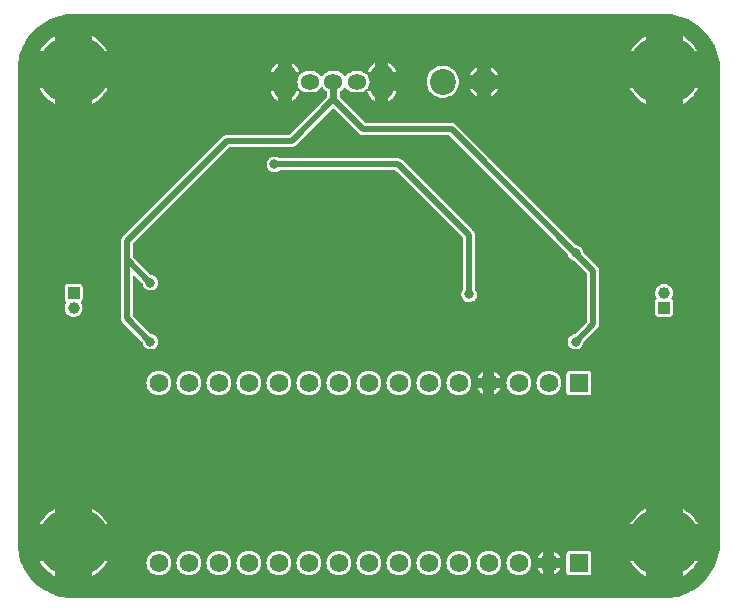
<source format=gbl>
G04 Layer: BottomLayer*
G04 EasyEDA v6.5.23, 2023-05-07 17:20:53*
G04 06317d6caa1047b3ac86ced241ba49f9,e617cb807303496c873bc539bd577a54,10*
G04 Gerber Generator version 0.2*
G04 Scale: 100 percent, Rotated: No, Reflected: No *
G04 Dimensions in millimeters *
G04 leading zeros omitted , absolute positions ,4 integer and 5 decimal *
%FSLAX45Y45*%
%MOMM*%

%ADD10C,0.5000*%
%ADD11O,1.599946X1.2999720000000001*%
%ADD12O,1.9999959999999999X2.999994*%
%ADD13C,2.2000*%
%ADD14C,1.0000*%
%ADD15R,1.0000X1.0000*%
%ADD16C,1.5748*%
%ADD17R,1.5748X1.5748*%
%ADD18C,6.0000*%
%ADD19C,0.6096*%
%ADD20C,0.6100*%
%ADD21C,0.8000*%
%ADD22C,0.0195*%

%LPD*%
G36*
X500227Y25908D02*
G01*
X469900Y26873D01*
X440283Y29718D01*
X410870Y34391D01*
X381812Y40894D01*
X353212Y49225D01*
X325170Y59334D01*
X297840Y71170D01*
X271322Y84734D01*
X245719Y99923D01*
X221081Y116636D01*
X197561Y134924D01*
X175260Y154635D01*
X154178Y175717D01*
X134518Y198069D01*
X116281Y221589D01*
X99568Y246227D01*
X84429Y271881D01*
X70916Y298450D01*
X59080Y325780D01*
X49022Y353822D01*
X40741Y382422D01*
X34290Y411480D01*
X29616Y440893D01*
X26822Y470560D01*
X25908Y500532D01*
X25908Y4499457D01*
X26873Y4530090D01*
X29718Y4559706D01*
X34391Y4589119D01*
X40894Y4618177D01*
X49225Y4646777D01*
X59334Y4674819D01*
X71170Y4702149D01*
X84734Y4728667D01*
X99923Y4754270D01*
X116636Y4778908D01*
X134924Y4802428D01*
X154635Y4824730D01*
X175717Y4845812D01*
X198069Y4865471D01*
X221589Y4883708D01*
X246227Y4900422D01*
X271881Y4915560D01*
X298450Y4929073D01*
X325780Y4940909D01*
X353822Y4950968D01*
X382422Y4959248D01*
X411480Y4965700D01*
X440893Y4970373D01*
X470560Y4973167D01*
X500532Y4974082D01*
X5499455Y4974082D01*
X5530088Y4973116D01*
X5559704Y4970272D01*
X5589117Y4965598D01*
X5618175Y4959096D01*
X5646775Y4950764D01*
X5674817Y4940655D01*
X5702147Y4928819D01*
X5728665Y4915255D01*
X5754268Y4900066D01*
X5778906Y4883353D01*
X5802426Y4865065D01*
X5824728Y4845354D01*
X5845810Y4824272D01*
X5865469Y4801920D01*
X5883706Y4778400D01*
X5900420Y4753762D01*
X5915558Y4728108D01*
X5929071Y4701540D01*
X5940907Y4674209D01*
X5950966Y4646168D01*
X5959246Y4617567D01*
X5965698Y4588510D01*
X5970371Y4559096D01*
X5973165Y4529429D01*
X5974080Y4499457D01*
X5974080Y500532D01*
X5973114Y469900D01*
X5970270Y440283D01*
X5965596Y410870D01*
X5959094Y381812D01*
X5950762Y353212D01*
X5940653Y325170D01*
X5928817Y297840D01*
X5915253Y271322D01*
X5900064Y245719D01*
X5883351Y221081D01*
X5865063Y197561D01*
X5845352Y175260D01*
X5824270Y154178D01*
X5801918Y134518D01*
X5778398Y116281D01*
X5753760Y99568D01*
X5728106Y84429D01*
X5701538Y70916D01*
X5674207Y59080D01*
X5646166Y49022D01*
X5617565Y40741D01*
X5588508Y34290D01*
X5559094Y29616D01*
X5529427Y26822D01*
X5499455Y25908D01*
G37*

%LPC*%
G36*
X5214112Y4656328D02*
G01*
X5343652Y4656328D01*
X5343652Y4785715D01*
X5337048Y4782210D01*
X5315661Y4768748D01*
X5295392Y4753660D01*
X5276342Y4737049D01*
X5258663Y4719015D01*
X5242407Y4699660D01*
X5227726Y4679086D01*
X5214620Y4657445D01*
G37*
G36*
X5656326Y214223D02*
G01*
X5673750Y224282D01*
X5694578Y238607D01*
X5714288Y254457D01*
X5732678Y271780D01*
X5749645Y290525D01*
X5765139Y310489D01*
X5779008Y331622D01*
X5785662Y343662D01*
X5656326Y343662D01*
G37*
G36*
X343662Y214274D02*
G01*
X343662Y343662D01*
X214121Y343662D01*
X214629Y342544D01*
X227736Y320903D01*
X242417Y300329D01*
X258673Y280974D01*
X276352Y262940D01*
X295402Y246329D01*
X315671Y231241D01*
X337058Y217779D01*
G37*
G36*
X5343652Y214274D02*
G01*
X5343652Y343662D01*
X5214112Y343662D01*
X5214620Y342544D01*
X5227726Y320903D01*
X5242407Y300329D01*
X5258663Y280974D01*
X5276342Y262940D01*
X5295392Y246329D01*
X5315661Y231241D01*
X5337048Y217779D01*
G37*
G36*
X4699812Y221335D02*
G01*
X4856175Y221335D01*
X4862474Y222046D01*
X4867960Y223977D01*
X4872837Y227075D01*
X4876952Y231140D01*
X4880000Y236067D01*
X4881930Y241503D01*
X4882642Y247853D01*
X4882642Y404164D01*
X4881930Y410514D01*
X4880000Y415950D01*
X4876952Y420827D01*
X4872837Y424942D01*
X4867960Y428040D01*
X4862474Y429920D01*
X4856175Y430631D01*
X4699812Y430631D01*
X4693513Y429920D01*
X4688027Y428040D01*
X4683150Y424942D01*
X4679035Y420827D01*
X4675987Y415950D01*
X4674057Y410514D01*
X4673346Y404164D01*
X4673346Y247853D01*
X4674057Y241503D01*
X4675987Y236067D01*
X4679035Y231140D01*
X4683150Y227075D01*
X4688027Y223977D01*
X4693513Y222046D01*
G37*
G36*
X1475994Y221386D02*
G01*
X1489659Y222250D01*
X1503070Y224942D01*
X1516024Y229362D01*
X1528318Y235407D01*
X1539697Y242976D01*
X1549958Y252018D01*
X1559001Y262331D01*
X1566621Y273710D01*
X1572666Y285953D01*
X1577035Y298907D01*
X1579727Y312318D01*
X1580642Y325983D01*
X1579727Y339648D01*
X1577035Y353060D01*
X1572666Y366014D01*
X1566621Y378307D01*
X1559001Y389686D01*
X1549958Y399999D01*
X1539697Y408990D01*
X1528318Y416610D01*
X1516024Y422656D01*
X1503070Y427075D01*
X1489659Y429717D01*
X1475994Y430631D01*
X1462328Y429717D01*
X1448917Y427075D01*
X1435963Y422656D01*
X1423670Y416610D01*
X1412290Y408990D01*
X1402029Y399999D01*
X1392986Y389686D01*
X1385366Y378307D01*
X1379321Y366014D01*
X1374952Y353060D01*
X1372260Y339648D01*
X1371346Y325983D01*
X1372260Y312318D01*
X1374952Y298907D01*
X1379321Y285953D01*
X1385366Y273710D01*
X1392986Y262331D01*
X1402029Y252018D01*
X1412290Y242976D01*
X1423670Y235407D01*
X1435963Y229362D01*
X1448917Y224942D01*
X1462328Y222250D01*
G37*
G36*
X1221994Y221386D02*
G01*
X1235659Y222250D01*
X1249070Y224942D01*
X1262024Y229362D01*
X1274318Y235407D01*
X1285697Y242976D01*
X1295958Y252018D01*
X1305001Y262331D01*
X1312621Y273710D01*
X1318666Y285953D01*
X1323035Y298907D01*
X1325727Y312318D01*
X1326642Y325983D01*
X1325727Y339648D01*
X1323035Y353060D01*
X1318666Y366014D01*
X1312621Y378307D01*
X1305001Y389686D01*
X1295958Y399999D01*
X1285697Y408990D01*
X1274318Y416610D01*
X1262024Y422656D01*
X1249070Y427075D01*
X1235659Y429717D01*
X1221994Y430631D01*
X1208328Y429717D01*
X1194917Y427075D01*
X1181963Y422656D01*
X1169670Y416610D01*
X1158290Y408990D01*
X1148029Y399999D01*
X1138986Y389686D01*
X1131366Y378307D01*
X1125321Y366014D01*
X1120952Y353060D01*
X1118260Y339648D01*
X1117346Y325983D01*
X1118260Y312318D01*
X1120952Y298907D01*
X1125321Y285953D01*
X1131366Y273710D01*
X1138986Y262331D01*
X1148029Y252018D01*
X1158290Y242976D01*
X1169670Y235407D01*
X1181963Y229362D01*
X1194917Y224942D01*
X1208328Y222250D01*
G37*
G36*
X1729993Y221386D02*
G01*
X1743659Y222250D01*
X1757070Y224942D01*
X1770024Y229362D01*
X1782318Y235407D01*
X1793697Y242976D01*
X1803958Y252018D01*
X1813001Y262331D01*
X1820621Y273710D01*
X1826666Y285953D01*
X1831035Y298907D01*
X1833727Y312318D01*
X1834642Y325983D01*
X1833727Y339648D01*
X1831035Y353060D01*
X1826666Y366014D01*
X1820621Y378307D01*
X1813001Y389686D01*
X1803958Y399999D01*
X1793697Y408990D01*
X1782318Y416610D01*
X1770024Y422656D01*
X1757070Y427075D01*
X1743659Y429717D01*
X1729993Y430631D01*
X1716328Y429717D01*
X1702917Y427075D01*
X1689963Y422656D01*
X1677670Y416610D01*
X1666290Y408990D01*
X1656029Y399999D01*
X1646986Y389686D01*
X1639366Y378307D01*
X1633321Y366014D01*
X1628952Y353060D01*
X1626260Y339648D01*
X1625346Y325983D01*
X1626260Y312318D01*
X1628952Y298907D01*
X1633321Y285953D01*
X1639366Y273710D01*
X1646986Y262331D01*
X1656029Y252018D01*
X1666290Y242976D01*
X1677670Y235407D01*
X1689963Y229362D01*
X1702917Y224942D01*
X1716328Y222250D01*
G37*
G36*
X1983993Y221386D02*
G01*
X1997659Y222250D01*
X2011070Y224942D01*
X2024024Y229362D01*
X2036318Y235407D01*
X2047697Y242976D01*
X2057958Y252018D01*
X2067001Y262331D01*
X2074621Y273710D01*
X2080666Y285953D01*
X2085035Y298907D01*
X2087727Y312318D01*
X2088642Y325983D01*
X2087727Y339648D01*
X2085035Y353060D01*
X2080666Y366014D01*
X2074621Y378307D01*
X2067001Y389686D01*
X2057958Y399999D01*
X2047697Y408990D01*
X2036318Y416610D01*
X2024024Y422656D01*
X2011070Y427075D01*
X1997659Y429717D01*
X1983993Y430631D01*
X1970328Y429717D01*
X1956917Y427075D01*
X1943963Y422656D01*
X1931670Y416610D01*
X1920290Y408990D01*
X1910029Y399999D01*
X1900986Y389686D01*
X1893366Y378307D01*
X1887321Y366014D01*
X1882952Y353060D01*
X1880260Y339648D01*
X1879346Y325983D01*
X1880260Y312318D01*
X1882952Y298907D01*
X1887321Y285953D01*
X1893366Y273710D01*
X1900986Y262331D01*
X1910029Y252018D01*
X1920290Y242976D01*
X1931670Y235407D01*
X1943963Y229362D01*
X1956917Y224942D01*
X1970328Y222250D01*
G37*
G36*
X3761994Y221386D02*
G01*
X3775659Y222250D01*
X3789070Y224942D01*
X3802024Y229362D01*
X3814318Y235407D01*
X3825697Y242976D01*
X3835958Y252018D01*
X3845001Y262331D01*
X3852621Y273710D01*
X3858666Y285953D01*
X3863035Y298907D01*
X3865727Y312318D01*
X3866642Y325983D01*
X3865727Y339648D01*
X3863035Y353060D01*
X3858666Y366014D01*
X3852621Y378307D01*
X3845001Y389686D01*
X3835958Y399999D01*
X3825697Y408990D01*
X3814318Y416610D01*
X3802024Y422656D01*
X3789070Y427075D01*
X3775659Y429717D01*
X3761994Y430631D01*
X3748328Y429717D01*
X3734917Y427075D01*
X3721963Y422656D01*
X3709670Y416610D01*
X3698290Y408990D01*
X3688029Y399999D01*
X3678986Y389686D01*
X3671366Y378307D01*
X3665321Y366014D01*
X3660952Y353060D01*
X3658260Y339648D01*
X3657346Y325983D01*
X3658260Y312318D01*
X3660952Y298907D01*
X3665321Y285953D01*
X3671366Y273710D01*
X3678986Y262331D01*
X3688029Y252018D01*
X3698290Y242976D01*
X3709670Y235407D01*
X3721963Y229362D01*
X3734917Y224942D01*
X3748328Y222250D01*
G37*
G36*
X2491994Y221386D02*
G01*
X2505659Y222250D01*
X2519070Y224942D01*
X2532024Y229362D01*
X2544318Y235407D01*
X2555697Y242976D01*
X2565958Y252018D01*
X2575001Y262331D01*
X2582621Y273710D01*
X2588666Y285953D01*
X2593035Y298907D01*
X2595727Y312318D01*
X2596642Y325983D01*
X2595727Y339648D01*
X2593035Y353060D01*
X2588666Y366014D01*
X2582621Y378307D01*
X2575001Y389686D01*
X2565958Y399999D01*
X2555697Y408990D01*
X2544318Y416610D01*
X2532024Y422656D01*
X2519070Y427075D01*
X2505659Y429717D01*
X2491994Y430631D01*
X2478328Y429717D01*
X2464917Y427075D01*
X2451963Y422656D01*
X2439670Y416610D01*
X2428290Y408990D01*
X2418029Y399999D01*
X2408986Y389686D01*
X2401366Y378307D01*
X2395321Y366014D01*
X2390952Y353060D01*
X2388260Y339648D01*
X2387346Y325983D01*
X2388260Y312318D01*
X2390952Y298907D01*
X2395321Y285953D01*
X2401366Y273710D01*
X2408986Y262331D01*
X2418029Y252018D01*
X2428290Y242976D01*
X2439670Y235407D01*
X2451963Y229362D01*
X2464917Y224942D01*
X2478328Y222250D01*
G37*
G36*
X2999994Y221386D02*
G01*
X3013659Y222250D01*
X3027070Y224942D01*
X3040024Y229362D01*
X3052318Y235407D01*
X3063697Y242976D01*
X3073958Y252018D01*
X3083001Y262331D01*
X3090621Y273710D01*
X3096666Y285953D01*
X3101035Y298907D01*
X3103727Y312318D01*
X3104642Y325983D01*
X3103727Y339648D01*
X3101035Y353060D01*
X3096666Y366014D01*
X3090621Y378307D01*
X3083001Y389686D01*
X3073958Y399999D01*
X3063697Y408990D01*
X3052318Y416610D01*
X3040024Y422656D01*
X3027070Y427075D01*
X3013659Y429717D01*
X2999994Y430631D01*
X2986328Y429717D01*
X2972917Y427075D01*
X2959963Y422656D01*
X2947670Y416610D01*
X2936290Y408990D01*
X2926029Y399999D01*
X2916986Y389686D01*
X2909366Y378307D01*
X2903321Y366014D01*
X2898952Y353060D01*
X2896260Y339648D01*
X2895346Y325983D01*
X2896260Y312318D01*
X2898952Y298907D01*
X2903321Y285953D01*
X2909366Y273710D01*
X2916986Y262331D01*
X2926029Y252018D01*
X2936290Y242976D01*
X2947670Y235407D01*
X2959963Y229362D01*
X2972917Y224942D01*
X2986328Y222250D01*
G37*
G36*
X4015994Y221386D02*
G01*
X4029659Y222250D01*
X4043070Y224942D01*
X4056024Y229362D01*
X4068318Y235407D01*
X4079697Y242976D01*
X4089958Y252018D01*
X4099001Y262331D01*
X4106621Y273710D01*
X4112666Y285953D01*
X4117035Y298907D01*
X4119727Y312318D01*
X4120642Y325983D01*
X4119727Y339648D01*
X4117035Y353060D01*
X4112666Y366014D01*
X4106621Y378307D01*
X4099001Y389686D01*
X4089958Y399999D01*
X4079697Y408990D01*
X4068318Y416610D01*
X4056024Y422656D01*
X4043070Y427075D01*
X4029659Y429717D01*
X4015994Y430631D01*
X4002328Y429717D01*
X3988917Y427075D01*
X3975963Y422656D01*
X3963670Y416610D01*
X3952290Y408990D01*
X3942029Y399999D01*
X3932986Y389686D01*
X3925366Y378307D01*
X3919321Y366014D01*
X3914952Y353060D01*
X3912260Y339648D01*
X3911346Y325983D01*
X3912260Y312318D01*
X3914952Y298907D01*
X3919321Y285953D01*
X3925366Y273710D01*
X3932986Y262331D01*
X3942029Y252018D01*
X3952290Y242976D01*
X3963670Y235407D01*
X3975963Y229362D01*
X3988917Y224942D01*
X4002328Y222250D01*
G37*
G36*
X3253994Y221386D02*
G01*
X3267659Y222250D01*
X3281070Y224942D01*
X3294024Y229362D01*
X3306318Y235407D01*
X3317697Y242976D01*
X3327958Y252018D01*
X3337001Y262331D01*
X3344621Y273710D01*
X3350666Y285953D01*
X3355035Y298907D01*
X3357727Y312318D01*
X3358642Y325983D01*
X3357727Y339648D01*
X3355035Y353060D01*
X3350666Y366014D01*
X3344621Y378307D01*
X3337001Y389686D01*
X3327958Y399999D01*
X3317697Y408990D01*
X3306318Y416610D01*
X3294024Y422656D01*
X3281070Y427075D01*
X3267659Y429717D01*
X3253994Y430631D01*
X3240328Y429717D01*
X3226917Y427075D01*
X3213963Y422656D01*
X3201670Y416610D01*
X3190290Y408990D01*
X3180029Y399999D01*
X3170986Y389686D01*
X3163366Y378307D01*
X3157321Y366014D01*
X3152952Y353060D01*
X3150260Y339648D01*
X3149346Y325983D01*
X3150260Y312318D01*
X3152952Y298907D01*
X3157321Y285953D01*
X3163366Y273710D01*
X3170986Y262331D01*
X3180029Y252018D01*
X3190290Y242976D01*
X3201670Y235407D01*
X3213963Y229362D01*
X3226917Y224942D01*
X3240328Y222250D01*
G37*
G36*
X3507994Y221386D02*
G01*
X3521659Y222250D01*
X3535070Y224942D01*
X3548024Y229362D01*
X3560318Y235407D01*
X3571697Y242976D01*
X3581958Y252018D01*
X3591001Y262331D01*
X3598621Y273710D01*
X3604666Y285953D01*
X3609035Y298907D01*
X3611727Y312318D01*
X3612642Y325983D01*
X3611727Y339648D01*
X3609035Y353060D01*
X3604666Y366014D01*
X3598621Y378307D01*
X3591001Y389686D01*
X3581958Y399999D01*
X3571697Y408990D01*
X3560318Y416610D01*
X3548024Y422656D01*
X3535070Y427075D01*
X3521659Y429717D01*
X3507994Y430631D01*
X3494328Y429717D01*
X3480917Y427075D01*
X3467963Y422656D01*
X3455670Y416610D01*
X3444290Y408990D01*
X3434029Y399999D01*
X3424986Y389686D01*
X3417366Y378307D01*
X3411321Y366014D01*
X3406952Y353060D01*
X3404260Y339648D01*
X3403346Y325983D01*
X3404260Y312318D01*
X3406952Y298907D01*
X3411321Y285953D01*
X3417366Y273710D01*
X3424986Y262331D01*
X3434029Y252018D01*
X3444290Y242976D01*
X3455670Y235407D01*
X3467963Y229362D01*
X3480917Y224942D01*
X3494328Y222250D01*
G37*
G36*
X2745994Y221386D02*
G01*
X2759659Y222250D01*
X2773070Y224942D01*
X2786024Y229362D01*
X2798318Y235407D01*
X2809697Y242976D01*
X2819958Y252018D01*
X2829001Y262331D01*
X2836621Y273710D01*
X2842666Y285953D01*
X2847035Y298907D01*
X2849727Y312318D01*
X2850642Y325983D01*
X2849727Y339648D01*
X2847035Y353060D01*
X2842666Y366014D01*
X2836621Y378307D01*
X2829001Y389686D01*
X2819958Y399999D01*
X2809697Y408990D01*
X2798318Y416610D01*
X2786024Y422656D01*
X2773070Y427075D01*
X2759659Y429717D01*
X2745994Y430631D01*
X2732328Y429717D01*
X2718917Y427075D01*
X2705963Y422656D01*
X2693670Y416610D01*
X2682290Y408990D01*
X2672029Y399999D01*
X2662986Y389686D01*
X2655366Y378307D01*
X2649321Y366014D01*
X2644952Y353060D01*
X2642260Y339648D01*
X2641346Y325983D01*
X2642260Y312318D01*
X2644952Y298907D01*
X2649321Y285953D01*
X2655366Y273710D01*
X2662986Y262331D01*
X2672029Y252018D01*
X2682290Y242976D01*
X2693670Y235407D01*
X2705963Y229362D01*
X2718917Y224942D01*
X2732328Y222250D01*
G37*
G36*
X2237994Y221386D02*
G01*
X2251659Y222250D01*
X2265070Y224942D01*
X2278024Y229362D01*
X2290318Y235407D01*
X2301697Y242976D01*
X2311958Y252018D01*
X2321001Y262331D01*
X2328621Y273710D01*
X2334666Y285953D01*
X2339035Y298907D01*
X2341727Y312318D01*
X2342642Y325983D01*
X2341727Y339648D01*
X2339035Y353060D01*
X2334666Y366014D01*
X2328621Y378307D01*
X2321001Y389686D01*
X2311958Y399999D01*
X2301697Y408990D01*
X2290318Y416610D01*
X2278024Y422656D01*
X2265070Y427075D01*
X2251659Y429717D01*
X2237994Y430631D01*
X2224328Y429717D01*
X2210917Y427075D01*
X2197963Y422656D01*
X2185670Y416610D01*
X2174290Y408990D01*
X2164029Y399999D01*
X2154986Y389686D01*
X2147366Y378307D01*
X2141321Y366014D01*
X2136952Y353060D01*
X2134260Y339648D01*
X2133346Y325983D01*
X2134260Y312318D01*
X2136952Y298907D01*
X2141321Y285953D01*
X2147366Y273710D01*
X2154986Y262331D01*
X2164029Y252018D01*
X2174290Y242976D01*
X2185670Y235407D01*
X2197963Y229362D01*
X2210917Y224942D01*
X2224328Y222250D01*
G37*
G36*
X4269994Y221386D02*
G01*
X4283659Y222250D01*
X4297070Y224942D01*
X4310024Y229362D01*
X4322318Y235407D01*
X4333697Y242976D01*
X4343958Y252018D01*
X4353001Y262331D01*
X4360621Y273710D01*
X4366666Y285953D01*
X4371035Y298907D01*
X4373727Y312318D01*
X4374642Y325983D01*
X4373727Y339648D01*
X4371035Y353060D01*
X4366666Y366014D01*
X4360621Y378307D01*
X4353001Y389686D01*
X4343958Y399999D01*
X4333697Y408990D01*
X4322318Y416610D01*
X4310024Y422656D01*
X4297070Y427075D01*
X4283659Y429717D01*
X4269994Y430631D01*
X4256328Y429717D01*
X4242917Y427075D01*
X4229963Y422656D01*
X4217670Y416610D01*
X4206290Y408990D01*
X4196029Y399999D01*
X4186986Y389686D01*
X4179366Y378307D01*
X4173321Y366014D01*
X4168952Y353060D01*
X4166260Y339648D01*
X4165346Y325983D01*
X4166260Y312318D01*
X4168952Y298907D01*
X4173321Y285953D01*
X4179366Y273710D01*
X4186986Y262331D01*
X4196029Y252018D01*
X4206290Y242976D01*
X4217670Y235407D01*
X4229963Y229362D01*
X4242917Y224942D01*
X4256328Y222250D01*
G37*
G36*
X4478274Y232156D02*
G01*
X4478274Y280263D01*
X4430115Y280263D01*
X4433366Y273710D01*
X4440986Y262331D01*
X4450029Y252018D01*
X4460290Y242976D01*
X4471670Y235407D01*
G37*
G36*
X4569714Y232156D02*
G01*
X4576318Y235407D01*
X4587697Y242976D01*
X4597958Y252018D01*
X4607001Y262331D01*
X4614621Y273710D01*
X4617872Y280263D01*
X4569714Y280263D01*
G37*
G36*
X4430115Y371703D02*
G01*
X4478274Y371703D01*
X4478274Y419862D01*
X4471670Y416610D01*
X4460290Y408990D01*
X4450029Y399999D01*
X4440986Y389686D01*
X4433366Y378307D01*
G37*
G36*
X4569714Y371703D02*
G01*
X4617872Y371703D01*
X4614621Y378307D01*
X4607001Y389686D01*
X4597958Y399999D01*
X4587697Y408990D01*
X4576318Y416610D01*
X4569714Y419862D01*
G37*
G36*
X656336Y656336D02*
G01*
X785672Y656336D01*
X779018Y668375D01*
X765149Y689508D01*
X749655Y709472D01*
X732688Y728218D01*
X714298Y745540D01*
X694588Y761390D01*
X673760Y775716D01*
X656336Y785774D01*
G37*
G36*
X5656326Y656336D02*
G01*
X5785662Y656336D01*
X5779008Y668375D01*
X5765139Y689508D01*
X5749645Y709472D01*
X5732678Y728218D01*
X5714288Y745540D01*
X5694578Y761390D01*
X5673750Y775716D01*
X5656326Y785774D01*
G37*
G36*
X214121Y656336D02*
G01*
X343662Y656336D01*
X343662Y785723D01*
X337058Y782218D01*
X315671Y768756D01*
X295402Y753668D01*
X276352Y737057D01*
X258673Y719023D01*
X242417Y699668D01*
X227736Y679094D01*
X214629Y657453D01*
G37*
G36*
X5214112Y656336D02*
G01*
X5343652Y656336D01*
X5343652Y785723D01*
X5337048Y782218D01*
X5315661Y768756D01*
X5295392Y753668D01*
X5276342Y737057D01*
X5258663Y719023D01*
X5242407Y699668D01*
X5227726Y679094D01*
X5214620Y657453D01*
G37*
G36*
X4699812Y1745335D02*
G01*
X4856175Y1745335D01*
X4862474Y1746046D01*
X4867960Y1747977D01*
X4872837Y1751075D01*
X4876952Y1755139D01*
X4880000Y1760067D01*
X4881930Y1765503D01*
X4882642Y1771802D01*
X4882642Y1928164D01*
X4881930Y1934464D01*
X4880000Y1939950D01*
X4876952Y1944827D01*
X4872837Y1948942D01*
X4867960Y1952040D01*
X4862474Y1953920D01*
X4856175Y1954631D01*
X4699812Y1954631D01*
X4693513Y1953920D01*
X4688027Y1952040D01*
X4683150Y1948942D01*
X4679035Y1944827D01*
X4675987Y1939950D01*
X4674057Y1934464D01*
X4673346Y1928164D01*
X4673346Y1771802D01*
X4674057Y1765503D01*
X4675987Y1760067D01*
X4679035Y1755139D01*
X4683150Y1751075D01*
X4688027Y1747977D01*
X4693513Y1746046D01*
G37*
G36*
X1221994Y1745386D02*
G01*
X1235659Y1746250D01*
X1249070Y1748942D01*
X1262024Y1753311D01*
X1274318Y1759407D01*
X1285697Y1766976D01*
X1295958Y1776018D01*
X1305001Y1786280D01*
X1312621Y1797659D01*
X1318666Y1809953D01*
X1323035Y1822907D01*
X1325727Y1836318D01*
X1326642Y1849983D01*
X1325727Y1863648D01*
X1323035Y1877060D01*
X1318666Y1890014D01*
X1312621Y1902307D01*
X1305001Y1913686D01*
X1295958Y1923999D01*
X1285697Y1932990D01*
X1274318Y1940610D01*
X1262024Y1946656D01*
X1249070Y1951075D01*
X1235659Y1953717D01*
X1221994Y1954631D01*
X1208328Y1953717D01*
X1194917Y1951075D01*
X1181963Y1946656D01*
X1169670Y1940610D01*
X1158290Y1932990D01*
X1148029Y1923999D01*
X1138986Y1913686D01*
X1131366Y1902307D01*
X1125321Y1890014D01*
X1120952Y1877060D01*
X1118260Y1863648D01*
X1117346Y1849983D01*
X1118260Y1836318D01*
X1120952Y1822907D01*
X1125321Y1809953D01*
X1131366Y1797659D01*
X1138986Y1786280D01*
X1148029Y1776018D01*
X1158290Y1766976D01*
X1169670Y1759407D01*
X1181963Y1753311D01*
X1194917Y1748942D01*
X1208328Y1746250D01*
G37*
G36*
X1729993Y1745386D02*
G01*
X1743659Y1746250D01*
X1757070Y1748942D01*
X1770024Y1753311D01*
X1782318Y1759407D01*
X1793697Y1766976D01*
X1803958Y1776018D01*
X1813001Y1786280D01*
X1820621Y1797659D01*
X1826666Y1809953D01*
X1831035Y1822907D01*
X1833727Y1836318D01*
X1834642Y1849983D01*
X1833727Y1863648D01*
X1831035Y1877060D01*
X1826666Y1890014D01*
X1820621Y1902307D01*
X1813001Y1913686D01*
X1803958Y1923999D01*
X1793697Y1932990D01*
X1782318Y1940610D01*
X1770024Y1946656D01*
X1757070Y1951075D01*
X1743659Y1953717D01*
X1729993Y1954631D01*
X1716328Y1953717D01*
X1702917Y1951075D01*
X1689963Y1946656D01*
X1677670Y1940610D01*
X1666290Y1932990D01*
X1656029Y1923999D01*
X1646986Y1913686D01*
X1639366Y1902307D01*
X1633321Y1890014D01*
X1628952Y1877060D01*
X1626260Y1863648D01*
X1625346Y1849983D01*
X1626260Y1836318D01*
X1628952Y1822907D01*
X1633321Y1809953D01*
X1639366Y1797659D01*
X1646986Y1786280D01*
X1656029Y1776018D01*
X1666290Y1766976D01*
X1677670Y1759407D01*
X1689963Y1753311D01*
X1702917Y1748942D01*
X1716328Y1746250D01*
G37*
G36*
X1475994Y1745386D02*
G01*
X1489659Y1746250D01*
X1503070Y1748942D01*
X1516024Y1753311D01*
X1528318Y1759407D01*
X1539697Y1766976D01*
X1549958Y1776018D01*
X1559001Y1786280D01*
X1566621Y1797659D01*
X1572666Y1809953D01*
X1577035Y1822907D01*
X1579727Y1836318D01*
X1580642Y1849983D01*
X1579727Y1863648D01*
X1577035Y1877060D01*
X1572666Y1890014D01*
X1566621Y1902307D01*
X1559001Y1913686D01*
X1549958Y1923999D01*
X1539697Y1932990D01*
X1528318Y1940610D01*
X1516024Y1946656D01*
X1503070Y1951075D01*
X1489659Y1953717D01*
X1475994Y1954631D01*
X1462328Y1953717D01*
X1448917Y1951075D01*
X1435963Y1946656D01*
X1423670Y1940610D01*
X1412290Y1932990D01*
X1402029Y1923999D01*
X1392986Y1913686D01*
X1385366Y1902307D01*
X1379321Y1890014D01*
X1374952Y1877060D01*
X1372260Y1863648D01*
X1371346Y1849983D01*
X1372260Y1836318D01*
X1374952Y1822907D01*
X1379321Y1809953D01*
X1385366Y1797659D01*
X1392986Y1786280D01*
X1402029Y1776018D01*
X1412290Y1766976D01*
X1423670Y1759407D01*
X1435963Y1753311D01*
X1448917Y1748942D01*
X1462328Y1746250D01*
G37*
G36*
X1983993Y1745386D02*
G01*
X1997659Y1746250D01*
X2011070Y1748942D01*
X2024024Y1753311D01*
X2036318Y1759407D01*
X2047697Y1766976D01*
X2057958Y1776018D01*
X2067001Y1786280D01*
X2074621Y1797659D01*
X2080666Y1809953D01*
X2085035Y1822907D01*
X2087727Y1836318D01*
X2088642Y1849983D01*
X2087727Y1863648D01*
X2085035Y1877060D01*
X2080666Y1890014D01*
X2074621Y1902307D01*
X2067001Y1913686D01*
X2057958Y1923999D01*
X2047697Y1932990D01*
X2036318Y1940610D01*
X2024024Y1946656D01*
X2011070Y1951075D01*
X1997659Y1953717D01*
X1983993Y1954631D01*
X1970328Y1953717D01*
X1956917Y1951075D01*
X1943963Y1946656D01*
X1931670Y1940610D01*
X1920290Y1932990D01*
X1910029Y1923999D01*
X1900986Y1913686D01*
X1893366Y1902307D01*
X1887321Y1890014D01*
X1882952Y1877060D01*
X1880260Y1863648D01*
X1879346Y1849983D01*
X1880260Y1836318D01*
X1882952Y1822907D01*
X1887321Y1809953D01*
X1893366Y1797659D01*
X1900986Y1786280D01*
X1910029Y1776018D01*
X1920290Y1766976D01*
X1931670Y1759407D01*
X1943963Y1753311D01*
X1956917Y1748942D01*
X1970328Y1746250D01*
G37*
G36*
X3253994Y1745386D02*
G01*
X3267659Y1746250D01*
X3281070Y1748942D01*
X3294024Y1753311D01*
X3306318Y1759407D01*
X3317697Y1766976D01*
X3327958Y1776018D01*
X3337001Y1786280D01*
X3344621Y1797659D01*
X3350666Y1809953D01*
X3355035Y1822907D01*
X3357727Y1836318D01*
X3358642Y1849983D01*
X3357727Y1863648D01*
X3355035Y1877060D01*
X3350666Y1890014D01*
X3344621Y1902307D01*
X3337001Y1913686D01*
X3327958Y1923999D01*
X3317697Y1932990D01*
X3306318Y1940610D01*
X3294024Y1946656D01*
X3281070Y1951075D01*
X3267659Y1953717D01*
X3253994Y1954631D01*
X3240328Y1953717D01*
X3226917Y1951075D01*
X3213963Y1946656D01*
X3201670Y1940610D01*
X3190290Y1932990D01*
X3180029Y1923999D01*
X3170986Y1913686D01*
X3163366Y1902307D01*
X3157321Y1890014D01*
X3152952Y1877060D01*
X3150260Y1863648D01*
X3149346Y1849983D01*
X3150260Y1836318D01*
X3152952Y1822907D01*
X3157321Y1809953D01*
X3163366Y1797659D01*
X3170986Y1786280D01*
X3180029Y1776018D01*
X3190290Y1766976D01*
X3201670Y1759407D01*
X3213963Y1753311D01*
X3226917Y1748942D01*
X3240328Y1746250D01*
G37*
G36*
X3761994Y1745386D02*
G01*
X3775659Y1746250D01*
X3789070Y1748942D01*
X3802024Y1753311D01*
X3814318Y1759407D01*
X3825697Y1766976D01*
X3835958Y1776018D01*
X3845001Y1786280D01*
X3852621Y1797659D01*
X3858666Y1809953D01*
X3863035Y1822907D01*
X3865727Y1836318D01*
X3866642Y1849983D01*
X3865727Y1863648D01*
X3863035Y1877060D01*
X3858666Y1890014D01*
X3852621Y1902307D01*
X3845001Y1913686D01*
X3835958Y1923999D01*
X3825697Y1932990D01*
X3814318Y1940610D01*
X3802024Y1946656D01*
X3789070Y1951075D01*
X3775659Y1953717D01*
X3761994Y1954631D01*
X3748328Y1953717D01*
X3734917Y1951075D01*
X3721963Y1946656D01*
X3709670Y1940610D01*
X3698290Y1932990D01*
X3688029Y1923999D01*
X3678986Y1913686D01*
X3671366Y1902307D01*
X3665321Y1890014D01*
X3660952Y1877060D01*
X3658260Y1863648D01*
X3657346Y1849983D01*
X3658260Y1836318D01*
X3660952Y1822907D01*
X3665321Y1809953D01*
X3671366Y1797659D01*
X3678986Y1786280D01*
X3688029Y1776018D01*
X3698290Y1766976D01*
X3709670Y1759407D01*
X3721963Y1753311D01*
X3734917Y1748942D01*
X3748328Y1746250D01*
G37*
G36*
X4269994Y1745386D02*
G01*
X4283659Y1746250D01*
X4297070Y1748942D01*
X4310024Y1753311D01*
X4322318Y1759407D01*
X4333697Y1766976D01*
X4343958Y1776018D01*
X4353001Y1786280D01*
X4360621Y1797659D01*
X4366666Y1809953D01*
X4371035Y1822907D01*
X4373727Y1836318D01*
X4374642Y1849983D01*
X4373727Y1863648D01*
X4371035Y1877060D01*
X4366666Y1890014D01*
X4360621Y1902307D01*
X4353001Y1913686D01*
X4343958Y1923999D01*
X4333697Y1932990D01*
X4322318Y1940610D01*
X4310024Y1946656D01*
X4297070Y1951075D01*
X4283659Y1953717D01*
X4269994Y1954631D01*
X4256328Y1953717D01*
X4242917Y1951075D01*
X4229963Y1946656D01*
X4217670Y1940610D01*
X4206290Y1932990D01*
X4196029Y1923999D01*
X4186986Y1913686D01*
X4179366Y1902307D01*
X4173321Y1890014D01*
X4168952Y1877060D01*
X4166260Y1863648D01*
X4165346Y1849983D01*
X4166260Y1836318D01*
X4168952Y1822907D01*
X4173321Y1809953D01*
X4179366Y1797659D01*
X4186986Y1786280D01*
X4196029Y1776018D01*
X4206290Y1766976D01*
X4217670Y1759407D01*
X4229963Y1753311D01*
X4242917Y1748942D01*
X4256328Y1746250D01*
G37*
G36*
X2491994Y1745386D02*
G01*
X2505659Y1746250D01*
X2519070Y1748942D01*
X2532024Y1753311D01*
X2544318Y1759407D01*
X2555697Y1766976D01*
X2565958Y1776018D01*
X2575001Y1786280D01*
X2582621Y1797659D01*
X2588666Y1809953D01*
X2593035Y1822907D01*
X2595727Y1836318D01*
X2596642Y1849983D01*
X2595727Y1863648D01*
X2593035Y1877060D01*
X2588666Y1890014D01*
X2582621Y1902307D01*
X2575001Y1913686D01*
X2565958Y1923999D01*
X2555697Y1932990D01*
X2544318Y1940610D01*
X2532024Y1946656D01*
X2519070Y1951075D01*
X2505659Y1953717D01*
X2491994Y1954631D01*
X2478328Y1953717D01*
X2464917Y1951075D01*
X2451963Y1946656D01*
X2439670Y1940610D01*
X2428290Y1932990D01*
X2418029Y1923999D01*
X2408986Y1913686D01*
X2401366Y1902307D01*
X2395321Y1890014D01*
X2390952Y1877060D01*
X2388260Y1863648D01*
X2387346Y1849983D01*
X2388260Y1836318D01*
X2390952Y1822907D01*
X2395321Y1809953D01*
X2401366Y1797659D01*
X2408986Y1786280D01*
X2418029Y1776018D01*
X2428290Y1766976D01*
X2439670Y1759407D01*
X2451963Y1753311D01*
X2464917Y1748942D01*
X2478328Y1746250D01*
G37*
G36*
X2999994Y1745386D02*
G01*
X3013659Y1746250D01*
X3027070Y1748942D01*
X3040024Y1753311D01*
X3052318Y1759407D01*
X3063697Y1766976D01*
X3073958Y1776018D01*
X3083001Y1786280D01*
X3090621Y1797659D01*
X3096666Y1809953D01*
X3101035Y1822907D01*
X3103727Y1836318D01*
X3104642Y1849983D01*
X3103727Y1863648D01*
X3101035Y1877060D01*
X3096666Y1890014D01*
X3090621Y1902307D01*
X3083001Y1913686D01*
X3073958Y1923999D01*
X3063697Y1932990D01*
X3052318Y1940610D01*
X3040024Y1946656D01*
X3027070Y1951075D01*
X3013659Y1953717D01*
X2999994Y1954631D01*
X2986328Y1953717D01*
X2972917Y1951075D01*
X2959963Y1946656D01*
X2947670Y1940610D01*
X2936290Y1932990D01*
X2926029Y1923999D01*
X2916986Y1913686D01*
X2909366Y1902307D01*
X2903321Y1890014D01*
X2898952Y1877060D01*
X2896260Y1863648D01*
X2895346Y1849983D01*
X2896260Y1836318D01*
X2898952Y1822907D01*
X2903321Y1809953D01*
X2909366Y1797659D01*
X2916986Y1786280D01*
X2926029Y1776018D01*
X2936290Y1766976D01*
X2947670Y1759407D01*
X2959963Y1753311D01*
X2972917Y1748942D01*
X2986328Y1746250D01*
G37*
G36*
X3507994Y1745386D02*
G01*
X3521659Y1746250D01*
X3535070Y1748942D01*
X3548024Y1753311D01*
X3560318Y1759407D01*
X3571697Y1766976D01*
X3581958Y1776018D01*
X3591001Y1786280D01*
X3598621Y1797659D01*
X3604666Y1809953D01*
X3609035Y1822907D01*
X3611727Y1836318D01*
X3612642Y1849983D01*
X3611727Y1863648D01*
X3609035Y1877060D01*
X3604666Y1890014D01*
X3598621Y1902307D01*
X3591001Y1913686D01*
X3581958Y1923999D01*
X3571697Y1932990D01*
X3560318Y1940610D01*
X3548024Y1946656D01*
X3535070Y1951075D01*
X3521659Y1953717D01*
X3507994Y1954631D01*
X3494328Y1953717D01*
X3480917Y1951075D01*
X3467963Y1946656D01*
X3455670Y1940610D01*
X3444290Y1932990D01*
X3434029Y1923999D01*
X3424986Y1913686D01*
X3417366Y1902307D01*
X3411321Y1890014D01*
X3406952Y1877060D01*
X3404260Y1863648D01*
X3403346Y1849983D01*
X3404260Y1836318D01*
X3406952Y1822907D01*
X3411321Y1809953D01*
X3417366Y1797659D01*
X3424986Y1786280D01*
X3434029Y1776018D01*
X3444290Y1766976D01*
X3455670Y1759407D01*
X3467963Y1753311D01*
X3480917Y1748942D01*
X3494328Y1746250D01*
G37*
G36*
X656336Y214223D02*
G01*
X673760Y224282D01*
X694588Y238607D01*
X714298Y254457D01*
X732688Y271780D01*
X749655Y290525D01*
X765149Y310489D01*
X779018Y331622D01*
X785672Y343662D01*
X656336Y343662D01*
G37*
G36*
X4523994Y1745386D02*
G01*
X4537659Y1746250D01*
X4551070Y1748942D01*
X4564024Y1753311D01*
X4576318Y1759407D01*
X4587697Y1766976D01*
X4597958Y1776018D01*
X4607001Y1786280D01*
X4614621Y1797659D01*
X4620666Y1809953D01*
X4625035Y1822907D01*
X4627727Y1836318D01*
X4628642Y1849983D01*
X4627727Y1863648D01*
X4625035Y1877060D01*
X4620666Y1890014D01*
X4614621Y1902307D01*
X4607001Y1913686D01*
X4597958Y1923999D01*
X4587697Y1932990D01*
X4576318Y1940610D01*
X4564024Y1946656D01*
X4551070Y1951075D01*
X4537659Y1953717D01*
X4523994Y1954631D01*
X4510328Y1953717D01*
X4496917Y1951075D01*
X4483963Y1946656D01*
X4471670Y1940610D01*
X4460290Y1932990D01*
X4450029Y1923999D01*
X4440986Y1913686D01*
X4433366Y1902307D01*
X4427321Y1890014D01*
X4422952Y1877060D01*
X4420260Y1863648D01*
X4419346Y1849983D01*
X4420260Y1836318D01*
X4422952Y1822907D01*
X4427321Y1809953D01*
X4433366Y1797659D01*
X4440986Y1786280D01*
X4450029Y1776018D01*
X4460290Y1766976D01*
X4471670Y1759407D01*
X4483963Y1753311D01*
X4496917Y1748942D01*
X4510328Y1746250D01*
G37*
G36*
X2745994Y1745386D02*
G01*
X2759659Y1746250D01*
X2773070Y1748942D01*
X2786024Y1753311D01*
X2798318Y1759407D01*
X2809697Y1766976D01*
X2819958Y1776018D01*
X2829001Y1786280D01*
X2836621Y1797659D01*
X2842666Y1809953D01*
X2847035Y1822907D01*
X2849727Y1836318D01*
X2850642Y1849983D01*
X2849727Y1863648D01*
X2847035Y1877060D01*
X2842666Y1890014D01*
X2836621Y1902307D01*
X2829001Y1913686D01*
X2819958Y1923999D01*
X2809697Y1932990D01*
X2798318Y1940610D01*
X2786024Y1946656D01*
X2773070Y1951075D01*
X2759659Y1953717D01*
X2745994Y1954631D01*
X2732328Y1953717D01*
X2718917Y1951075D01*
X2705963Y1946656D01*
X2693670Y1940610D01*
X2682290Y1932990D01*
X2672029Y1923999D01*
X2662986Y1913686D01*
X2655366Y1902307D01*
X2649321Y1890014D01*
X2644952Y1877060D01*
X2642260Y1863648D01*
X2641346Y1849983D01*
X2642260Y1836318D01*
X2644952Y1822907D01*
X2649321Y1809953D01*
X2655366Y1797659D01*
X2662986Y1786280D01*
X2672029Y1776018D01*
X2682290Y1766976D01*
X2693670Y1759407D01*
X2705963Y1753311D01*
X2718917Y1748942D01*
X2732328Y1746250D01*
G37*
G36*
X3970274Y1756156D02*
G01*
X3970274Y1804263D01*
X3922115Y1804263D01*
X3925366Y1797659D01*
X3932986Y1786280D01*
X3942029Y1776018D01*
X3952290Y1766976D01*
X3963670Y1759407D01*
G37*
G36*
X4061714Y1756156D02*
G01*
X4068318Y1759407D01*
X4079697Y1766976D01*
X4089958Y1776018D01*
X4099001Y1786280D01*
X4106621Y1797659D01*
X4109872Y1804263D01*
X4061714Y1804263D01*
G37*
G36*
X3922115Y1895703D02*
G01*
X3970274Y1895703D01*
X3970274Y1943862D01*
X3963670Y1940610D01*
X3952290Y1932990D01*
X3942029Y1923999D01*
X3932986Y1913686D01*
X3925366Y1902307D01*
G37*
G36*
X4061714Y1895703D02*
G01*
X4109872Y1895703D01*
X4106621Y1902307D01*
X4099001Y1913686D01*
X4089958Y1923999D01*
X4079697Y1932990D01*
X4068318Y1940610D01*
X4061714Y1943862D01*
G37*
G36*
X1147368Y2134158D02*
G01*
X1157935Y2134616D01*
X1168349Y2136698D01*
X1178255Y2140458D01*
X1187399Y2145792D01*
X1195628Y2152497D01*
X1202639Y2160422D01*
X1208328Y2169363D01*
X1212494Y2179116D01*
X1215034Y2189429D01*
X1215898Y2199995D01*
X1215034Y2210562D01*
X1212494Y2220874D01*
X1208328Y2230628D01*
X1202639Y2239568D01*
X1195628Y2247493D01*
X1187399Y2254199D01*
X1178255Y2259533D01*
X1168349Y2263292D01*
X1159256Y2265121D01*
X1156462Y2266137D01*
X1154074Y2267915D01*
X1003858Y2418130D01*
X1001674Y2421382D01*
X1000912Y2425293D01*
X1000912Y2751886D01*
X1001674Y2755747D01*
X1003858Y2759049D01*
X1007160Y2761234D01*
X1011072Y2762046D01*
X1014933Y2761234D01*
X1018235Y2759049D01*
X1082243Y2695092D01*
X1084072Y2692501D01*
X1085088Y2689504D01*
X1086053Y2683510D01*
X1089406Y2673451D01*
X1094333Y2664104D01*
X1100683Y2655620D01*
X1108354Y2648254D01*
X1117041Y2642260D01*
X1126642Y2637688D01*
X1136802Y2634742D01*
X1147368Y2633472D01*
X1157935Y2633878D01*
X1168349Y2636012D01*
X1178255Y2639771D01*
X1187399Y2645105D01*
X1195628Y2651810D01*
X1202639Y2659735D01*
X1208328Y2668676D01*
X1212494Y2678430D01*
X1215034Y2688742D01*
X1215898Y2699308D01*
X1215034Y2709875D01*
X1212494Y2720136D01*
X1208328Y2729890D01*
X1202639Y2738882D01*
X1195628Y2746806D01*
X1187399Y2753512D01*
X1178255Y2758795D01*
X1168349Y2762554D01*
X1159256Y2764434D01*
X1156462Y2765450D01*
X1154074Y2767177D01*
X1003858Y2917393D01*
X1001674Y2920695D01*
X1000912Y2924606D01*
X1000912Y3024682D01*
X1001674Y3028594D01*
X1003858Y3031896D01*
X1818132Y3846118D01*
X1821383Y3848303D01*
X1825294Y3849065D01*
X2349754Y3849065D01*
X2354427Y3849268D01*
X2358847Y3849878D01*
X2363165Y3850843D01*
X2367381Y3852164D01*
X2371496Y3853840D01*
X2375458Y3855923D01*
X2379167Y3858310D01*
X2382723Y3861003D01*
X2386126Y3864152D01*
X2692908Y4170883D01*
X2696210Y4173118D01*
X2700070Y4173880D01*
X2703982Y4173118D01*
X2707284Y4170883D01*
X2913786Y3964178D01*
X2917240Y3960977D01*
X2920746Y3958336D01*
X2924505Y3955897D01*
X2928416Y3953865D01*
X2932531Y3952138D01*
X2936748Y3950817D01*
X2941116Y3949852D01*
X2945485Y3949293D01*
X2950159Y3949090D01*
X3674719Y3949090D01*
X3678631Y3948328D01*
X3681882Y3946093D01*
X4682185Y2945790D01*
X4684064Y2943250D01*
X4685030Y2940253D01*
X4686046Y2934208D01*
X4689398Y2924149D01*
X4694326Y2914802D01*
X4700676Y2906318D01*
X4708347Y2898952D01*
X4717034Y2892958D01*
X4726635Y2888386D01*
X4736795Y2885440D01*
X4739894Y2885084D01*
X4743094Y2884119D01*
X4745837Y2882188D01*
X4846015Y2781960D01*
X4848250Y2778709D01*
X4849012Y2774797D01*
X4849012Y2375255D01*
X4848250Y2371394D01*
X4846015Y2368092D01*
X4745939Y2267813D01*
X4743196Y2265883D01*
X4739995Y2264918D01*
X4736795Y2264562D01*
X4726635Y2261565D01*
X4717034Y2257044D01*
X4708347Y2250998D01*
X4700676Y2243683D01*
X4694326Y2235200D01*
X4689398Y2225802D01*
X4686046Y2215743D01*
X4684318Y2205278D01*
X4684318Y2194712D01*
X4686046Y2184247D01*
X4689398Y2174189D01*
X4694326Y2164791D01*
X4700676Y2156307D01*
X4708347Y2148992D01*
X4717034Y2142947D01*
X4726635Y2138426D01*
X4736795Y2135428D01*
X4747361Y2134158D01*
X4757928Y2134616D01*
X4768342Y2136698D01*
X4778248Y2140458D01*
X4787392Y2145792D01*
X4795621Y2152497D01*
X4802632Y2160422D01*
X4808321Y2169363D01*
X4812487Y2179116D01*
X4815941Y2192934D01*
X4817973Y2195830D01*
X4935778Y2313889D01*
X4938877Y2317292D01*
X4941620Y2320848D01*
X4944008Y2324557D01*
X4946040Y2328519D01*
X4947716Y2332583D01*
X4949088Y2336901D01*
X4950053Y2341168D01*
X4950612Y2345639D01*
X4950815Y2350211D01*
X4950815Y2799892D01*
X4950612Y2804515D01*
X4950053Y2808935D01*
X4949088Y2813253D01*
X4947767Y2817520D01*
X4946040Y2821584D01*
X4944008Y2825546D01*
X4941620Y2829306D01*
X4938928Y2832811D01*
X4935778Y2836265D01*
X4817973Y2954020D01*
X4815941Y2956966D01*
X4812487Y2970834D01*
X4808321Y2980588D01*
X4802632Y2989580D01*
X4795621Y2997504D01*
X4787392Y3004210D01*
X4778248Y3009493D01*
X4768342Y3013252D01*
X4759248Y3015132D01*
X4756505Y3016097D01*
X4754118Y3017875D01*
X3736187Y4035856D01*
X3732733Y4039006D01*
X3729228Y4041698D01*
X3725468Y4044086D01*
X3721506Y4046118D01*
X3717442Y4047845D01*
X3713175Y4049166D01*
X3708857Y4050131D01*
X3704437Y4050690D01*
X3699814Y4050893D01*
X2975254Y4050893D01*
X2971393Y4051655D01*
X2968091Y4053890D01*
X2754680Y4267504D01*
X2752445Y4270806D01*
X2751683Y4274718D01*
X2751683Y4310380D01*
X2752344Y4313986D01*
X2754274Y4317136D01*
X2757170Y4319371D01*
X2762859Y4322318D01*
X2773019Y4329480D01*
X2782062Y4337964D01*
X2789885Y4347565D01*
X2791663Y4350461D01*
X2794457Y4353458D01*
X2798267Y4355134D01*
X2802382Y4355134D01*
X2806192Y4353458D01*
X2808986Y4350461D01*
X2810764Y4347565D01*
X2818587Y4337964D01*
X2827629Y4329480D01*
X2837789Y4322318D01*
X2848762Y4316628D01*
X2860497Y4312462D01*
X2872638Y4309973D01*
X2885338Y4309059D01*
X2914650Y4309059D01*
X2927350Y4309973D01*
X2939491Y4312462D01*
X2951226Y4316628D01*
X2962198Y4322318D01*
X2971444Y4328871D01*
X2975152Y4330496D01*
X2976676Y4330496D01*
X2977235Y4332935D01*
X2979572Y4336237D01*
X2981401Y4337964D01*
X2989224Y4347565D01*
X2995676Y4358182D01*
X3000603Y4369562D01*
X3003956Y4381500D01*
X3005683Y4393793D01*
X3005683Y4406188D01*
X3003956Y4418482D01*
X3000603Y4430420D01*
X2995676Y4441799D01*
X2989224Y4452416D01*
X2981401Y4462018D01*
X2979572Y4463745D01*
X2977235Y4467047D01*
X2976676Y4469485D01*
X2975152Y4469485D01*
X2971444Y4471111D01*
X2962198Y4477664D01*
X2951226Y4483354D01*
X2939491Y4487519D01*
X2927350Y4490008D01*
X2914650Y4490872D01*
X2885338Y4490872D01*
X2872638Y4490008D01*
X2860497Y4487519D01*
X2848762Y4483354D01*
X2837789Y4477664D01*
X2827629Y4470501D01*
X2818587Y4462018D01*
X2810764Y4452416D01*
X2808986Y4449521D01*
X2806192Y4446524D01*
X2802382Y4444847D01*
X2798267Y4444847D01*
X2794457Y4446524D01*
X2791663Y4449521D01*
X2789885Y4452416D01*
X2782062Y4462018D01*
X2773019Y4470501D01*
X2762859Y4477664D01*
X2751886Y4483354D01*
X2740152Y4487519D01*
X2728010Y4490008D01*
X2715310Y4490872D01*
X2685999Y4490872D01*
X2673299Y4490008D01*
X2661158Y4487519D01*
X2649423Y4483354D01*
X2638450Y4477664D01*
X2628290Y4470501D01*
X2619248Y4462018D01*
X2611424Y4452416D01*
X2608986Y4448454D01*
X2606192Y4445406D01*
X2602382Y4443780D01*
X2598267Y4443780D01*
X2594457Y4445406D01*
X2591663Y4448454D01*
X2589225Y4452416D01*
X2581402Y4462018D01*
X2572359Y4470501D01*
X2562199Y4477664D01*
X2551226Y4483354D01*
X2539492Y4487519D01*
X2527350Y4490008D01*
X2514650Y4490872D01*
X2485339Y4490872D01*
X2472639Y4490008D01*
X2460498Y4487519D01*
X2448763Y4483354D01*
X2437790Y4477664D01*
X2428544Y4471111D01*
X2424836Y4469485D01*
X2423312Y4469485D01*
X2422753Y4467047D01*
X2420416Y4463745D01*
X2418588Y4462018D01*
X2410764Y4452416D01*
X2404313Y4441799D01*
X2399385Y4430420D01*
X2396032Y4418482D01*
X2394305Y4406188D01*
X2394305Y4393793D01*
X2396032Y4381500D01*
X2399385Y4369562D01*
X2404313Y4358182D01*
X2410764Y4347565D01*
X2418588Y4337964D01*
X2420416Y4336237D01*
X2422753Y4332935D01*
X2423312Y4330496D01*
X2424836Y4330496D01*
X2428544Y4328871D01*
X2437790Y4322318D01*
X2448763Y4316628D01*
X2460498Y4312462D01*
X2472639Y4309973D01*
X2485339Y4309059D01*
X2514650Y4309059D01*
X2527350Y4309973D01*
X2539492Y4312462D01*
X2551226Y4316628D01*
X2562199Y4322318D01*
X2572359Y4329480D01*
X2581402Y4337964D01*
X2589225Y4347565D01*
X2591663Y4351528D01*
X2594457Y4354576D01*
X2598267Y4356201D01*
X2602382Y4356201D01*
X2606192Y4354576D01*
X2608986Y4351528D01*
X2611424Y4347565D01*
X2619248Y4337964D01*
X2628290Y4329480D01*
X2638450Y4322318D01*
X2644241Y4319320D01*
X2647188Y4317085D01*
X2649067Y4313936D01*
X2649728Y4310278D01*
X2649728Y4275937D01*
X2648966Y4272076D01*
X2646781Y4268774D01*
X2331872Y3953865D01*
X2328570Y3951681D01*
X2324709Y3950919D01*
X1800199Y3950919D01*
X1795576Y3950715D01*
X1791157Y3950106D01*
X1786839Y3949141D01*
X1782572Y3947820D01*
X1778507Y3946144D01*
X1774545Y3944061D01*
X1770786Y3941673D01*
X1767281Y3938981D01*
X1763826Y3935831D01*
X914146Y3086150D01*
X910996Y3082696D01*
X908303Y3079191D01*
X905916Y3075432D01*
X903884Y3071520D01*
X902157Y3067405D01*
X900836Y3063189D01*
X899871Y3058820D01*
X899312Y3054451D01*
X899109Y3049778D01*
X899109Y2400198D01*
X899312Y2395575D01*
X899871Y2391156D01*
X900836Y2386838D01*
X902157Y2382570D01*
X903884Y2378506D01*
X905916Y2374544D01*
X908303Y2370785D01*
X910996Y2367280D01*
X914146Y2363825D01*
X1082243Y2195779D01*
X1084072Y2193239D01*
X1085088Y2190242D01*
X1086053Y2184247D01*
X1089406Y2174189D01*
X1094333Y2164791D01*
X1100683Y2156307D01*
X1108354Y2148992D01*
X1117041Y2142947D01*
X1126642Y2138426D01*
X1136802Y2135479D01*
G37*
G36*
X214121Y4656328D02*
G01*
X343662Y4656328D01*
X343662Y4785715D01*
X337058Y4782210D01*
X315671Y4768748D01*
X295402Y4753660D01*
X276352Y4737049D01*
X258673Y4719015D01*
X242417Y4699660D01*
X227736Y4679086D01*
X214629Y4657445D01*
G37*
G36*
X5450535Y2411577D02*
G01*
X5549442Y2411577D01*
X5555742Y2412288D01*
X5561177Y2414219D01*
X5566105Y2417267D01*
X5570169Y2421382D01*
X5573268Y2426258D01*
X5575198Y2431745D01*
X5575909Y2438044D01*
X5575909Y2536901D01*
X5575198Y2543251D01*
X5573268Y2548686D01*
X5570220Y2553563D01*
X5565140Y2558592D01*
X5562803Y2562199D01*
X5562142Y2566517D01*
X5563362Y2570683D01*
X5569204Y2581452D01*
X5573166Y2592374D01*
X5575350Y2603804D01*
X5575808Y2615387D01*
X5574487Y2626918D01*
X5571388Y2638145D01*
X5566664Y2648762D01*
X5560314Y2658516D01*
X5552592Y2667152D01*
X5543651Y2674569D01*
X5533644Y2680512D01*
X5522874Y2684830D01*
X5511596Y2687472D01*
X5500014Y2688386D01*
X5488381Y2687472D01*
X5477103Y2684830D01*
X5466334Y2680512D01*
X5456326Y2674569D01*
X5447385Y2667152D01*
X5439664Y2658516D01*
X5433314Y2648762D01*
X5428589Y2638145D01*
X5425490Y2626918D01*
X5424170Y2615387D01*
X5424627Y2603804D01*
X5426811Y2592374D01*
X5430774Y2581452D01*
X5436616Y2570683D01*
X5437835Y2566517D01*
X5437174Y2562199D01*
X5434838Y2558592D01*
X5429758Y2553563D01*
X5426710Y2548686D01*
X5424779Y2543251D01*
X5424068Y2536901D01*
X5424068Y2438044D01*
X5424779Y2431745D01*
X5426710Y2426258D01*
X5429808Y2421382D01*
X5433872Y2417267D01*
X5438800Y2414219D01*
X5444236Y2412288D01*
G37*
G36*
X500024Y2411628D02*
G01*
X511606Y2412492D01*
X522884Y2415133D01*
X533654Y2419502D01*
X543661Y2425446D01*
X552602Y2432812D01*
X560324Y2441498D01*
X566674Y2451252D01*
X571398Y2461869D01*
X574497Y2473045D01*
X575818Y2484577D01*
X575360Y2496210D01*
X573176Y2507589D01*
X569214Y2518511D01*
X563372Y2529332D01*
X562152Y2533497D01*
X562813Y2537764D01*
X565150Y2541422D01*
X570230Y2546400D01*
X573278Y2551277D01*
X575208Y2556764D01*
X575919Y2563063D01*
X575919Y2661920D01*
X575208Y2668270D01*
X573278Y2673705D01*
X570179Y2678582D01*
X566115Y2682697D01*
X561187Y2685796D01*
X555752Y2687675D01*
X549452Y2688386D01*
X450545Y2688386D01*
X444246Y2687675D01*
X438810Y2685796D01*
X433882Y2682697D01*
X429818Y2678582D01*
X426720Y2673705D01*
X424789Y2668270D01*
X424078Y2661920D01*
X424078Y2563063D01*
X424789Y2556764D01*
X426720Y2551277D01*
X429768Y2546400D01*
X434848Y2541422D01*
X437184Y2537764D01*
X437845Y2533497D01*
X436626Y2529332D01*
X430784Y2518511D01*
X426821Y2507589D01*
X424637Y2496210D01*
X424180Y2484577D01*
X425500Y2473045D01*
X428599Y2461869D01*
X433324Y2451252D01*
X439674Y2441498D01*
X447395Y2432812D01*
X456336Y2425446D01*
X466343Y2419502D01*
X477113Y2415133D01*
X488391Y2412492D01*
G37*
G36*
X3847337Y2534158D02*
G01*
X3857955Y2534615D01*
X3868318Y2536698D01*
X3878224Y2540457D01*
X3887419Y2545791D01*
X3895648Y2552496D01*
X3902659Y2560421D01*
X3908298Y2569362D01*
X3912463Y2579116D01*
X3915003Y2589428D01*
X3915867Y2599994D01*
X3915003Y2610561D01*
X3912463Y2620873D01*
X3908298Y2630627D01*
X3902456Y2639872D01*
X3901287Y2642463D01*
X3900881Y2645308D01*
X3900881Y3099765D01*
X3900678Y3104438D01*
X3900119Y3108807D01*
X3899154Y3113176D01*
X3897833Y3117392D01*
X3896106Y3121507D01*
X3894074Y3125419D01*
X3891686Y3129178D01*
X3888994Y3132734D01*
X3885844Y3136138D01*
X3286150Y3735832D01*
X3282696Y3738981D01*
X3279190Y3741674D01*
X3275431Y3744061D01*
X3271520Y3746144D01*
X3267405Y3747820D01*
X3263188Y3749141D01*
X3258820Y3750106D01*
X3254451Y3750716D01*
X3249777Y3750919D01*
X2245106Y3750919D01*
X2241651Y3751478D01*
X2237435Y3754221D01*
X2228240Y3759504D01*
X2218334Y3763264D01*
X2207920Y3765397D01*
X2197354Y3765804D01*
X2186838Y3764534D01*
X2176627Y3761587D01*
X2167077Y3757066D01*
X2158339Y3751021D01*
X2150668Y3743655D01*
X2144318Y3735222D01*
X2139391Y3725824D01*
X2136038Y3715765D01*
X2134311Y3705301D01*
X2134311Y3694684D01*
X2136038Y3684219D01*
X2139391Y3674160D01*
X2144318Y3664762D01*
X2150668Y3656329D01*
X2158339Y3648964D01*
X2167077Y3642918D01*
X2176627Y3638397D01*
X2186838Y3635451D01*
X2197354Y3634181D01*
X2207920Y3634587D01*
X2218334Y3636721D01*
X2228240Y3640480D01*
X2237435Y3645763D01*
X2241651Y3648506D01*
X2245106Y3649065D01*
X3224682Y3649065D01*
X3228594Y3648303D01*
X3231896Y3646119D01*
X3796131Y3081883D01*
X3798315Y3078581D01*
X3799078Y3074720D01*
X3799078Y2644952D01*
X3798570Y2641701D01*
X3797046Y2638856D01*
X3794302Y2635199D01*
X3789375Y2625801D01*
X3786022Y2615742D01*
X3784346Y2605278D01*
X3784346Y2594711D01*
X3786022Y2584246D01*
X3789375Y2574188D01*
X3794302Y2564790D01*
X3800703Y2556306D01*
X3808323Y2548991D01*
X3817061Y2542946D01*
X3826611Y2538425D01*
X3836822Y2535428D01*
G37*
G36*
X5656326Y4656328D02*
G01*
X5785662Y4656328D01*
X5779008Y4668367D01*
X5765139Y4689500D01*
X5749645Y4709464D01*
X5732678Y4728210D01*
X5714288Y4745532D01*
X5694578Y4761382D01*
X5673750Y4775708D01*
X5656326Y4785766D01*
G37*
G36*
X656336Y4656328D02*
G01*
X785672Y4656328D01*
X779018Y4668367D01*
X765149Y4689500D01*
X749655Y4709464D01*
X732688Y4728210D01*
X714298Y4745532D01*
X694588Y4761382D01*
X673760Y4775708D01*
X656336Y4785766D01*
G37*
G36*
X5656326Y4214215D02*
G01*
X5673750Y4224274D01*
X5694578Y4238599D01*
X5714288Y4254449D01*
X5732678Y4271772D01*
X5749645Y4290517D01*
X5765139Y4310481D01*
X5779008Y4331614D01*
X5785662Y4343654D01*
X5656326Y4343654D01*
G37*
G36*
X656336Y4214215D02*
G01*
X673760Y4224274D01*
X694588Y4238599D01*
X714298Y4254449D01*
X732688Y4271772D01*
X749655Y4290517D01*
X765149Y4310481D01*
X779018Y4331614D01*
X785672Y4343654D01*
X656336Y4343654D01*
G37*
G36*
X343662Y4214266D02*
G01*
X343662Y4343654D01*
X214121Y4343654D01*
X214629Y4342536D01*
X227736Y4320895D01*
X242417Y4300321D01*
X258673Y4280966D01*
X276352Y4262932D01*
X295402Y4246321D01*
X315671Y4231233D01*
X337058Y4217771D01*
G37*
G36*
X5343652Y4214266D02*
G01*
X5343652Y4343654D01*
X5214112Y4343654D01*
X5214620Y4342536D01*
X5227726Y4320895D01*
X5242407Y4300321D01*
X5258663Y4280966D01*
X5276342Y4262932D01*
X5295392Y4246321D01*
X5315661Y4231233D01*
X5337048Y4217771D01*
G37*
G36*
X2233625Y4237532D02*
G01*
X2233625Y4318660D01*
X2168144Y4318660D01*
X2172258Y4305350D01*
X2178507Y4291482D01*
X2186381Y4278477D01*
X2195779Y4266488D01*
X2206498Y4255770D01*
X2218486Y4246372D01*
X2231491Y4238498D01*
G37*
G36*
X3053638Y4237532D02*
G01*
X3053638Y4318660D01*
X2988157Y4318660D01*
X2992272Y4305350D01*
X2998520Y4291482D01*
X3006394Y4278477D01*
X3015792Y4266488D01*
X3026511Y4255770D01*
X3038500Y4246372D01*
X3051505Y4238498D01*
G37*
G36*
X3166364Y4237532D02*
G01*
X3168497Y4238498D01*
X3181502Y4246372D01*
X3193491Y4255770D01*
X3204210Y4266488D01*
X3213608Y4278477D01*
X3221482Y4291482D01*
X3227730Y4305350D01*
X3231845Y4318660D01*
X3166364Y4318660D01*
G37*
G36*
X2346350Y4237532D02*
G01*
X2348484Y4238498D01*
X2361488Y4246372D01*
X2373477Y4255770D01*
X2384196Y4266488D01*
X2393594Y4278477D01*
X2401468Y4291482D01*
X2407716Y4305350D01*
X2411831Y4318660D01*
X2346350Y4318660D01*
G37*
G36*
X3617112Y4264355D02*
G01*
X3632911Y4264355D01*
X3648608Y4266184D01*
X3663950Y4269790D01*
X3678834Y4275226D01*
X3692956Y4282287D01*
X3706164Y4290974D01*
X3718255Y4301134D01*
X3729075Y4312666D01*
X3738524Y4325315D01*
X3746449Y4338980D01*
X3752697Y4353509D01*
X3757218Y4368647D01*
X3759962Y4384192D01*
X3760876Y4399991D01*
X3759962Y4415790D01*
X3757218Y4431334D01*
X3752697Y4446473D01*
X3746449Y4461002D01*
X3738524Y4474667D01*
X3729075Y4487316D01*
X3718255Y4498848D01*
X3706164Y4509008D01*
X3692956Y4517694D01*
X3678834Y4524756D01*
X3663950Y4530191D01*
X3648608Y4533798D01*
X3632911Y4535627D01*
X3617112Y4535627D01*
X3601415Y4533798D01*
X3586022Y4530191D01*
X3571189Y4524756D01*
X3557066Y4517694D01*
X3543858Y4509008D01*
X3531717Y4498848D01*
X3520897Y4487316D01*
X3511448Y4474667D01*
X3503574Y4461002D01*
X3497275Y4446473D01*
X3492754Y4431334D01*
X3490010Y4415790D01*
X3489096Y4399991D01*
X3490010Y4384192D01*
X3492754Y4368647D01*
X3497275Y4353509D01*
X3503574Y4338980D01*
X3511448Y4325315D01*
X3520897Y4312666D01*
X3531717Y4301134D01*
X3543858Y4290974D01*
X3557066Y4282287D01*
X3571189Y4275226D01*
X3586022Y4269790D01*
X3601415Y4266184D01*
G37*
G36*
X4036364Y4278985D02*
G01*
X4042918Y4282287D01*
X4056126Y4290974D01*
X4068267Y4301134D01*
X4079087Y4312666D01*
X4088536Y4325315D01*
X4096207Y4338624D01*
X4036364Y4338624D01*
G37*
G36*
X3913632Y4278985D02*
G01*
X3913632Y4338624D01*
X3853789Y4338624D01*
X3861460Y4325315D01*
X3870909Y4312666D01*
X3881729Y4301134D01*
X3893820Y4290974D01*
X3907028Y4282287D01*
G37*
G36*
X2168144Y4481322D02*
G01*
X2233625Y4481322D01*
X2233625Y4562449D01*
X2231491Y4561484D01*
X2218486Y4553610D01*
X2206498Y4544212D01*
X2195779Y4533493D01*
X2186381Y4521504D01*
X2178507Y4508500D01*
X2172258Y4494631D01*
G37*
G36*
X2346350Y4481322D02*
G01*
X2411831Y4481322D01*
X2407716Y4494631D01*
X2401468Y4508500D01*
X2393594Y4521504D01*
X2384196Y4533493D01*
X2373477Y4544212D01*
X2361488Y4553610D01*
X2348484Y4561484D01*
X2346350Y4562449D01*
G37*
G36*
X3166364Y4481322D02*
G01*
X3231845Y4481322D01*
X3227730Y4494631D01*
X3221482Y4508500D01*
X3213608Y4521504D01*
X3204210Y4533493D01*
X3193491Y4544212D01*
X3181502Y4553610D01*
X3168497Y4561484D01*
X3166364Y4562449D01*
G37*
G36*
X2988157Y4481322D02*
G01*
X3053638Y4481322D01*
X3053638Y4562449D01*
X3051505Y4561484D01*
X3038500Y4553610D01*
X3026511Y4544212D01*
X3015792Y4533493D01*
X3006394Y4521504D01*
X2998520Y4508500D01*
X2992272Y4494631D01*
G37*
G36*
X3853789Y4461357D02*
G01*
X3913632Y4461357D01*
X3913632Y4520996D01*
X3907028Y4517694D01*
X3893820Y4509008D01*
X3881729Y4498848D01*
X3870909Y4487316D01*
X3861460Y4474667D01*
G37*
G36*
X4036364Y4461357D02*
G01*
X4096207Y4461357D01*
X4088536Y4474667D01*
X4079087Y4487316D01*
X4068267Y4498848D01*
X4056126Y4509008D01*
X4042918Y4517694D01*
X4036364Y4520996D01*
G37*
G36*
X2237994Y1745386D02*
G01*
X2251659Y1746250D01*
X2265070Y1748942D01*
X2278024Y1753311D01*
X2290318Y1759407D01*
X2301697Y1766976D01*
X2311958Y1776018D01*
X2321001Y1786280D01*
X2328621Y1797659D01*
X2334666Y1809953D01*
X2339035Y1822907D01*
X2341727Y1836318D01*
X2342642Y1849983D01*
X2341727Y1863648D01*
X2339035Y1877060D01*
X2334666Y1890014D01*
X2328621Y1902307D01*
X2321001Y1913686D01*
X2311958Y1923999D01*
X2301697Y1932990D01*
X2290318Y1940610D01*
X2278024Y1946656D01*
X2265070Y1951075D01*
X2251659Y1953717D01*
X2237994Y1954631D01*
X2224328Y1953717D01*
X2210917Y1951075D01*
X2197963Y1946656D01*
X2185670Y1940610D01*
X2174290Y1932990D01*
X2164029Y1923999D01*
X2154986Y1913686D01*
X2147366Y1902307D01*
X2141321Y1890014D01*
X2136952Y1877060D01*
X2134260Y1863648D01*
X2133346Y1849983D01*
X2134260Y1836318D01*
X2136952Y1822907D01*
X2141321Y1809953D01*
X2147366Y1797659D01*
X2154986Y1786280D01*
X2164029Y1776018D01*
X2174290Y1766976D01*
X2185670Y1759407D01*
X2197963Y1753311D01*
X2210917Y1748942D01*
X2224328Y1746250D01*
G37*

%LPD*%
D10*
X3849992Y2599994D02*
G01*
X3849992Y3099993D01*
X3249993Y3699992D01*
X2199995Y3699992D01*
X1149997Y2199998D02*
G01*
X949998Y2399997D01*
X949998Y3049993D01*
X1799996Y3899992D01*
X2349995Y3899992D01*
X2700654Y4250651D01*
X2700654Y4399991D01*
X4750054Y2199894D02*
G01*
X4899913Y2350007D01*
X4899913Y2800095D01*
X3700018Y3999992D01*
X2949956Y3999992D01*
X2700781Y4249420D01*
X2700781Y4400042D01*
X1149997Y2699296D02*
G01*
X949998Y2899295D01*
X949998Y3049993D01*
D11*
G01*
X2899994Y4399991D03*
G01*
X2499995Y4399991D03*
G01*
X2700654Y4399991D03*
D12*
G01*
X2289987Y4399991D03*
G01*
X3110001Y4399991D03*
D13*
G01*
X3974998Y4399991D03*
G01*
X3624986Y4399991D03*
D14*
G01*
X500024Y2487472D03*
D15*
G01*
X499998Y2612491D03*
D14*
G01*
X5500014Y2612466D03*
D15*
G01*
X5499988Y2487498D03*
D16*
G01*
X1221994Y1850009D03*
G01*
X1475994Y1850009D03*
G01*
X1729994Y1850009D03*
G01*
X1983993Y1850009D03*
G01*
X2237993Y1850009D03*
G01*
X2491993Y1850009D03*
G01*
X2745993Y1850009D03*
G01*
X2999993Y1850009D03*
G01*
X3253993Y1850009D03*
G01*
X3507993Y1850009D03*
G01*
X3761993Y1850009D03*
G01*
X4015993Y1850009D03*
G01*
X4269993Y1850009D03*
G01*
X4523993Y1850009D03*
D17*
G01*
X4777993Y1849983D03*
D16*
G01*
X1221994Y326009D03*
G01*
X1475994Y326009D03*
G01*
X1729994Y326009D03*
G01*
X1983993Y326009D03*
G01*
X2237993Y326009D03*
G01*
X2491993Y326009D03*
G01*
X2745993Y326009D03*
G01*
X2999993Y326009D03*
G01*
X3253993Y326009D03*
G01*
X3507993Y326009D03*
G01*
X3761993Y326009D03*
G01*
X4015993Y326009D03*
G01*
X4269993Y326009D03*
G01*
X4523993Y326009D03*
D17*
G01*
X4777993Y326009D03*
D18*
G01*
X499998Y4499990D03*
G01*
X5499988Y4499990D03*
G01*
X5499988Y499998D03*
G01*
X499998Y499998D03*
D19*
G01*
X2799994Y2549982D03*
G01*
X2803016Y2649981D03*
G01*
X2799994Y2749981D03*
G01*
X2799994Y2848457D03*
G01*
X2799994Y2949981D03*
G01*
X2799994Y3049981D03*
G01*
X2799994Y3149980D03*
G01*
X2799994Y3249980D03*
G01*
X2799994Y3349980D03*
G01*
X2799994Y3449980D03*
G01*
X2899968Y2549982D03*
G01*
X2903016Y2649981D03*
G01*
X2899968Y2749981D03*
G01*
X2899968Y2848457D03*
G01*
X2899968Y2949981D03*
G01*
X2899968Y3049981D03*
G01*
X2899968Y3149980D03*
G01*
X2899968Y3249980D03*
G01*
X2899968Y3349980D03*
G01*
X2899968Y3449980D03*
G01*
X2999968Y2549982D03*
G01*
X3003016Y2649981D03*
G01*
X2999968Y2749981D03*
G01*
X2999968Y2848457D03*
G01*
X2999968Y2949981D03*
G01*
X2999968Y3049981D03*
G01*
X2999968Y3149980D03*
G01*
X2999968Y3249980D03*
G01*
X2999968Y3349980D03*
G01*
X2999968Y3449980D03*
G01*
X3099993Y2549982D03*
G01*
X3102990Y2649981D03*
G01*
X3099993Y2749981D03*
G01*
X3099993Y2848457D03*
G01*
X3099993Y2949981D03*
G01*
X3099993Y3049981D03*
G01*
X3099993Y3149980D03*
G01*
X3099993Y3249980D03*
G01*
X3099993Y3349980D03*
G01*
X3099993Y3449980D03*
D20*
G01*
X1150010Y2449982D03*
G01*
X1150010Y2949981D03*
G01*
X4750003Y2704007D03*
G01*
X4750003Y2450007D03*
D21*
G01*
X3849979Y2599994D03*
G01*
X2199995Y3699992D03*
G01*
X1150010Y2699283D03*
G01*
X1150010Y2199995D03*
G01*
X4750003Y2199995D03*
G01*
X4750003Y2949981D03*
M02*

</source>
